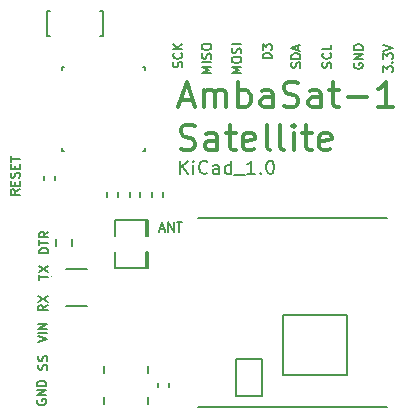
<source format=gto>
%TF.GenerationSoftware,KiCad,Pcbnew,(5.1.6)-1*%
%TF.CreationDate,2021-11-16T12:50:12-05:00*%
%TF.ProjectId,AmbaSat-1_Satellite,416d6261-5361-4742-9d31-5f536174656c,KiCad_1.0*%
%TF.SameCoordinates,PX7ceeb0cPY74d41b0*%
%TF.FileFunction,Legend,Top*%
%TF.FilePolarity,Positive*%
%FSLAX46Y46*%
G04 Gerber Fmt 4.6, Leading zero omitted, Abs format (unit mm)*
G04 Created by KiCad (PCBNEW (5.1.6)-1) date 2021-11-16 12:50:12*
%MOMM*%
%LPD*%
G01*
G04 APERTURE LIST*
%ADD10C,0.146304*%
%ADD11C,0.368000*%
%ADD12C,0.192000*%
%ADD13C,0.127000*%
%ADD14C,0.150000*%
%ADD15C,0.100000*%
%ADD16C,0.203200*%
G04 APERTURE END LIST*
D10*
X14332131Y15497387D02*
X14699826Y15497387D01*
X14258592Y15276770D02*
X14515979Y16048930D01*
X14773365Y15276770D01*
X15030752Y15276770D02*
X15030752Y16048930D01*
X15471986Y15276770D01*
X15471986Y16048930D01*
X15729373Y16048930D02*
X16170607Y16048930D01*
X15949990Y15276770D02*
X15949990Y16048930D01*
X2427030Y18842930D02*
X2059335Y18585543D01*
X2427030Y18401696D02*
X1654870Y18401696D01*
X1654870Y18695852D01*
X1691640Y18769391D01*
X1728409Y18806160D01*
X1801948Y18842930D01*
X1912257Y18842930D01*
X1985796Y18806160D01*
X2022565Y18769391D01*
X2059335Y18695852D01*
X2059335Y18401696D01*
X2022565Y19173856D02*
X2022565Y19431242D01*
X2427030Y19541551D02*
X2427030Y19173856D01*
X1654870Y19173856D01*
X1654870Y19541551D01*
X2390260Y19835707D02*
X2427030Y19946016D01*
X2427030Y20129863D01*
X2390260Y20203402D01*
X2353491Y20240172D01*
X2279952Y20276941D01*
X2206413Y20276941D01*
X2132874Y20240172D01*
X2096104Y20203402D01*
X2059335Y20129863D01*
X2022565Y19982785D01*
X1985796Y19909246D01*
X1949026Y19872477D01*
X1875487Y19835707D01*
X1801948Y19835707D01*
X1728409Y19872477D01*
X1691640Y19909246D01*
X1654870Y19982785D01*
X1654870Y20166633D01*
X1691640Y20276941D01*
X2022565Y20607867D02*
X2022565Y20865254D01*
X2427030Y20975562D02*
X2427030Y20607867D01*
X1654870Y20607867D01*
X1654870Y20975562D01*
X1654870Y21196180D02*
X1654870Y21637414D01*
X2427030Y21416797D02*
X1654870Y21416797D01*
D11*
X16047790Y26421034D02*
X17088266Y26421034D01*
X15839695Y25796748D02*
X16568028Y27981748D01*
X17296361Y25796748D01*
X18024695Y25796748D02*
X18024695Y27253415D01*
X18024695Y27045320D02*
X18128742Y27149367D01*
X18336838Y27253415D01*
X18648980Y27253415D01*
X18857076Y27149367D01*
X18961123Y26941272D01*
X18961123Y25796748D01*
X18961123Y26941272D02*
X19065171Y27149367D01*
X19273266Y27253415D01*
X19585409Y27253415D01*
X19793504Y27149367D01*
X19897552Y26941272D01*
X19897552Y25796748D01*
X20938028Y25796748D02*
X20938028Y27981748D01*
X20938028Y27149367D02*
X21146123Y27253415D01*
X21562314Y27253415D01*
X21770409Y27149367D01*
X21874457Y27045320D01*
X21978504Y26837224D01*
X21978504Y26212939D01*
X21874457Y26004843D01*
X21770409Y25900796D01*
X21562314Y25796748D01*
X21146123Y25796748D01*
X20938028Y25900796D01*
X23851361Y25796748D02*
X23851361Y26941272D01*
X23747314Y27149367D01*
X23539219Y27253415D01*
X23123028Y27253415D01*
X22914933Y27149367D01*
X23851361Y25900796D02*
X23643266Y25796748D01*
X23123028Y25796748D01*
X22914933Y25900796D01*
X22810885Y26108891D01*
X22810885Y26316986D01*
X22914933Y26525081D01*
X23123028Y26629129D01*
X23643266Y26629129D01*
X23851361Y26733177D01*
X24787790Y25900796D02*
X25099933Y25796748D01*
X25620171Y25796748D01*
X25828266Y25900796D01*
X25932314Y26004843D01*
X26036361Y26212939D01*
X26036361Y26421034D01*
X25932314Y26629129D01*
X25828266Y26733177D01*
X25620171Y26837224D01*
X25203980Y26941272D01*
X24995885Y27045320D01*
X24891838Y27149367D01*
X24787790Y27357462D01*
X24787790Y27565558D01*
X24891838Y27773653D01*
X24995885Y27877700D01*
X25203980Y27981748D01*
X25724219Y27981748D01*
X26036361Y27877700D01*
X27909219Y25796748D02*
X27909219Y26941272D01*
X27805171Y27149367D01*
X27597076Y27253415D01*
X27180885Y27253415D01*
X26972790Y27149367D01*
X27909219Y25900796D02*
X27701123Y25796748D01*
X27180885Y25796748D01*
X26972790Y25900796D01*
X26868742Y26108891D01*
X26868742Y26316986D01*
X26972790Y26525081D01*
X27180885Y26629129D01*
X27701123Y26629129D01*
X27909219Y26733177D01*
X28637552Y27253415D02*
X29469933Y27253415D01*
X28949695Y27981748D02*
X28949695Y26108891D01*
X29053742Y25900796D01*
X29261838Y25796748D01*
X29469933Y25796748D01*
X30198266Y26629129D02*
X31863028Y26629129D01*
X34048028Y25796748D02*
X32799457Y25796748D01*
X33423742Y25796748D02*
X33423742Y27981748D01*
X33215647Y27669605D01*
X33007552Y27461510D01*
X32799457Y27357462D01*
X16047790Y22255296D02*
X16359933Y22151248D01*
X16880171Y22151248D01*
X17088266Y22255296D01*
X17192314Y22359343D01*
X17296361Y22567439D01*
X17296361Y22775534D01*
X17192314Y22983629D01*
X17088266Y23087677D01*
X16880171Y23191724D01*
X16463980Y23295772D01*
X16255885Y23399820D01*
X16151838Y23503867D01*
X16047790Y23711962D01*
X16047790Y23920058D01*
X16151838Y24128153D01*
X16255885Y24232200D01*
X16463980Y24336248D01*
X16984219Y24336248D01*
X17296361Y24232200D01*
X19169219Y22151248D02*
X19169219Y23295772D01*
X19065171Y23503867D01*
X18857076Y23607915D01*
X18440885Y23607915D01*
X18232790Y23503867D01*
X19169219Y22255296D02*
X18961123Y22151248D01*
X18440885Y22151248D01*
X18232790Y22255296D01*
X18128742Y22463391D01*
X18128742Y22671486D01*
X18232790Y22879581D01*
X18440885Y22983629D01*
X18961123Y22983629D01*
X19169219Y23087677D01*
X19897552Y23607915D02*
X20729933Y23607915D01*
X20209695Y24336248D02*
X20209695Y22463391D01*
X20313742Y22255296D01*
X20521838Y22151248D01*
X20729933Y22151248D01*
X22290647Y22255296D02*
X22082552Y22151248D01*
X21666361Y22151248D01*
X21458266Y22255296D01*
X21354219Y22463391D01*
X21354219Y23295772D01*
X21458266Y23503867D01*
X21666361Y23607915D01*
X22082552Y23607915D01*
X22290647Y23503867D01*
X22394695Y23295772D01*
X22394695Y23087677D01*
X21354219Y22879581D01*
X23643266Y22151248D02*
X23435171Y22255296D01*
X23331123Y22463391D01*
X23331123Y24336248D01*
X24787790Y22151248D02*
X24579695Y22255296D01*
X24475647Y22463391D01*
X24475647Y24336248D01*
X25620171Y22151248D02*
X25620171Y23607915D01*
X25620171Y24336248D02*
X25516123Y24232200D01*
X25620171Y24128153D01*
X25724219Y24232200D01*
X25620171Y24336248D01*
X25620171Y24128153D01*
X26348504Y23607915D02*
X27180885Y23607915D01*
X26660647Y24336248D02*
X26660647Y22463391D01*
X26764695Y22255296D01*
X26972790Y22151248D01*
X27180885Y22151248D01*
X28741600Y22255296D02*
X28533504Y22151248D01*
X28117314Y22151248D01*
X27909219Y22255296D01*
X27805171Y22463391D01*
X27805171Y23295772D01*
X27909219Y23503867D01*
X28117314Y23607915D01*
X28533504Y23607915D01*
X28741600Y23503867D01*
X28845647Y23295772D01*
X28845647Y23087677D01*
X27805171Y22879581D01*
D10*
X3926840Y1037288D02*
X3890070Y963749D01*
X3890070Y853440D01*
X3926840Y743132D01*
X4000379Y669593D01*
X4073918Y632823D01*
X4220996Y596054D01*
X4331304Y596054D01*
X4478382Y632823D01*
X4551921Y669593D01*
X4625460Y743132D01*
X4662230Y853440D01*
X4662230Y926980D01*
X4625460Y1037288D01*
X4588691Y1074058D01*
X4331304Y1074058D01*
X4331304Y926980D01*
X4662230Y1404983D02*
X3890070Y1404983D01*
X4662230Y1846218D01*
X3890070Y1846218D01*
X4662230Y2213913D02*
X3890070Y2213913D01*
X3890070Y2397760D01*
X3926840Y2508069D01*
X4000379Y2581608D01*
X4073918Y2618378D01*
X4220996Y2655147D01*
X4331304Y2655147D01*
X4478382Y2618378D01*
X4551921Y2581608D01*
X4625460Y2508069D01*
X4662230Y2397760D01*
X4662230Y2213913D01*
X4727060Y3577288D02*
X4763830Y3687597D01*
X4763830Y3871444D01*
X4727060Y3944983D01*
X4690291Y3981753D01*
X4616752Y4018522D01*
X4543213Y4018522D01*
X4469674Y3981753D01*
X4432904Y3944983D01*
X4396135Y3871444D01*
X4359365Y3724366D01*
X4322596Y3650827D01*
X4285826Y3614058D01*
X4212287Y3577288D01*
X4138748Y3577288D01*
X4065209Y3614058D01*
X4028440Y3650827D01*
X3991670Y3724366D01*
X3991670Y3908214D01*
X4028440Y4018522D01*
X4727060Y4312679D02*
X4763830Y4422987D01*
X4763830Y4606835D01*
X4727060Y4680374D01*
X4690291Y4717143D01*
X4616752Y4753913D01*
X4543213Y4753913D01*
X4469674Y4717143D01*
X4432904Y4680374D01*
X4396135Y4606835D01*
X4359365Y4459757D01*
X4322596Y4386218D01*
X4285826Y4349448D01*
X4212287Y4312679D01*
X4138748Y4312679D01*
X4065209Y4349448D01*
X4028440Y4386218D01*
X3991670Y4459757D01*
X3991670Y4643604D01*
X4028440Y4753913D01*
X3991670Y5885301D02*
X4763830Y6142688D01*
X3991670Y6400075D01*
X4763830Y6657461D02*
X3991670Y6657461D01*
X4763830Y7025157D02*
X3991670Y7025157D01*
X4763830Y7466391D01*
X3991670Y7466391D01*
X4789230Y9040707D02*
X4421535Y8783320D01*
X4789230Y8599473D02*
X4017070Y8599473D01*
X4017070Y8893629D01*
X4053840Y8967168D01*
X4090609Y9003938D01*
X4164148Y9040707D01*
X4274457Y9040707D01*
X4347996Y9003938D01*
X4384765Y8967168D01*
X4421535Y8893629D01*
X4421535Y8599473D01*
X4017070Y9298094D02*
X4789230Y9812867D01*
X4017070Y9812867D02*
X4789230Y9298094D01*
X4067870Y11197288D02*
X4067870Y11638522D01*
X4840030Y11417905D02*
X4067870Y11417905D01*
X4067870Y11822370D02*
X4840030Y12337143D01*
X4067870Y12337143D02*
X4840030Y11822370D01*
X4865430Y13443132D02*
X4093270Y13443132D01*
X4093270Y13626980D01*
X4130040Y13737288D01*
X4203579Y13810827D01*
X4277118Y13847597D01*
X4424196Y13884366D01*
X4534504Y13884366D01*
X4681582Y13847597D01*
X4755121Y13810827D01*
X4828660Y13737288D01*
X4865430Y13626980D01*
X4865430Y13443132D01*
X4093270Y14104983D02*
X4093270Y14546218D01*
X4865430Y14325600D02*
X4093270Y14325600D01*
X4865430Y15244839D02*
X4497735Y14987452D01*
X4865430Y14803604D02*
X4093270Y14803604D01*
X4093270Y15097760D01*
X4130040Y15171300D01*
X4166809Y15208069D01*
X4240348Y15244839D01*
X4350657Y15244839D01*
X4424196Y15208069D01*
X4460965Y15171300D01*
X4497735Y15097760D01*
X4497735Y14803604D01*
X33227070Y28782284D02*
X33227070Y29260288D01*
X33521226Y29002901D01*
X33521226Y29113210D01*
X33557996Y29186749D01*
X33594765Y29223518D01*
X33668304Y29260288D01*
X33852152Y29260288D01*
X33925691Y29223518D01*
X33962460Y29186749D01*
X33999230Y29113210D01*
X33999230Y28892592D01*
X33962460Y28819053D01*
X33925691Y28782284D01*
X33925691Y29591213D02*
X33962460Y29627983D01*
X33999230Y29591213D01*
X33962460Y29554444D01*
X33925691Y29591213D01*
X33999230Y29591213D01*
X33227070Y29885370D02*
X33227070Y30363373D01*
X33521226Y30105987D01*
X33521226Y30216295D01*
X33557996Y30289834D01*
X33594765Y30326604D01*
X33668304Y30363373D01*
X33852152Y30363373D01*
X33925691Y30326604D01*
X33962460Y30289834D01*
X33999230Y30216295D01*
X33999230Y29995678D01*
X33962460Y29922139D01*
X33925691Y29885370D01*
X33227070Y30583991D02*
X33999230Y30841377D01*
X33227070Y31098764D01*
X30749240Y29508966D02*
X30712470Y29435427D01*
X30712470Y29325118D01*
X30749240Y29214810D01*
X30822779Y29141271D01*
X30896318Y29104501D01*
X31043396Y29067731D01*
X31153704Y29067731D01*
X31300782Y29104501D01*
X31374321Y29141271D01*
X31447860Y29214810D01*
X31484630Y29325118D01*
X31484630Y29398657D01*
X31447860Y29508966D01*
X31411091Y29545735D01*
X31153704Y29545735D01*
X31153704Y29398657D01*
X31484630Y29876661D02*
X30712470Y29876661D01*
X31484630Y30317895D01*
X30712470Y30317895D01*
X31484630Y30685591D02*
X30712470Y30685591D01*
X30712470Y30869438D01*
X30749240Y30979747D01*
X30822779Y31053286D01*
X30896318Y31090055D01*
X31043396Y31126825D01*
X31153704Y31126825D01*
X31300782Y31090055D01*
X31374321Y31053286D01*
X31447860Y30979747D01*
X31484630Y30869438D01*
X31484630Y30685591D01*
X28780860Y29161349D02*
X28817630Y29271657D01*
X28817630Y29455505D01*
X28780860Y29529044D01*
X28744091Y29565813D01*
X28670552Y29602583D01*
X28597013Y29602583D01*
X28523474Y29565813D01*
X28486704Y29529044D01*
X28449935Y29455505D01*
X28413165Y29308427D01*
X28376396Y29234888D01*
X28339626Y29198118D01*
X28266087Y29161349D01*
X28192548Y29161349D01*
X28119009Y29198118D01*
X28082240Y29234888D01*
X28045470Y29308427D01*
X28045470Y29492274D01*
X28082240Y29602583D01*
X28744091Y30374743D02*
X28780860Y30337973D01*
X28817630Y30227665D01*
X28817630Y30154126D01*
X28780860Y30043817D01*
X28707321Y29970278D01*
X28633782Y29933509D01*
X28486704Y29896739D01*
X28376396Y29896739D01*
X28229318Y29933509D01*
X28155779Y29970278D01*
X28082240Y30043817D01*
X28045470Y30154126D01*
X28045470Y30227665D01*
X28082240Y30337973D01*
X28119009Y30374743D01*
X28817630Y31073364D02*
X28817630Y30705669D01*
X28045470Y30705669D01*
X26164660Y29149979D02*
X26201430Y29260288D01*
X26201430Y29444135D01*
X26164660Y29517674D01*
X26127891Y29554444D01*
X26054352Y29591213D01*
X25980813Y29591213D01*
X25907274Y29554444D01*
X25870504Y29517674D01*
X25833735Y29444135D01*
X25796965Y29297057D01*
X25760196Y29223518D01*
X25723426Y29186749D01*
X25649887Y29149979D01*
X25576348Y29149979D01*
X25502809Y29186749D01*
X25466040Y29223518D01*
X25429270Y29297057D01*
X25429270Y29480905D01*
X25466040Y29591213D01*
X26201430Y29922139D02*
X25429270Y29922139D01*
X25429270Y30105987D01*
X25466040Y30216295D01*
X25539579Y30289834D01*
X25613118Y30326604D01*
X25760196Y30363373D01*
X25870504Y30363373D01*
X26017582Y30326604D01*
X26091121Y30289834D01*
X26164660Y30216295D01*
X26201430Y30105987D01*
X26201430Y29922139D01*
X25980813Y30657530D02*
X25980813Y31025225D01*
X26201430Y30583991D02*
X25429270Y30841377D01*
X26201430Y31098764D01*
X23763030Y29950200D02*
X22990870Y29950200D01*
X22990870Y30134048D01*
X23027640Y30244356D01*
X23101179Y30317895D01*
X23174718Y30354665D01*
X23321796Y30391434D01*
X23432104Y30391434D01*
X23579182Y30354665D01*
X23652721Y30317895D01*
X23726260Y30244356D01*
X23763030Y30134048D01*
X23763030Y29950200D01*
X22990870Y30648821D02*
X22990870Y31126825D01*
X23285026Y30869438D01*
X23285026Y30979747D01*
X23321796Y31053286D01*
X23358565Y31090055D01*
X23432104Y31126825D01*
X23615952Y31126825D01*
X23689491Y31090055D01*
X23726260Y31053286D01*
X23763030Y30979747D01*
X23763030Y30759130D01*
X23726260Y30685591D01*
X23689491Y30648821D01*
X21179390Y28710267D02*
X20407230Y28710267D01*
X20958773Y28967653D01*
X20407230Y29225040D01*
X21179390Y29225040D01*
X20407230Y29739813D02*
X20407230Y29886891D01*
X20444000Y29960431D01*
X20517539Y30033970D01*
X20664617Y30070739D01*
X20922003Y30070739D01*
X21069081Y30033970D01*
X21142620Y29960431D01*
X21179390Y29886891D01*
X21179390Y29739813D01*
X21142620Y29666274D01*
X21069081Y29592735D01*
X20922003Y29555966D01*
X20664617Y29555966D01*
X20517539Y29592735D01*
X20444000Y29666274D01*
X20407230Y29739813D01*
X21142620Y30364895D02*
X21179390Y30475204D01*
X21179390Y30659051D01*
X21142620Y30732591D01*
X21105851Y30769360D01*
X21032312Y30806130D01*
X20958773Y30806130D01*
X20885234Y30769360D01*
X20848464Y30732591D01*
X20811695Y30659051D01*
X20774925Y30511973D01*
X20738156Y30438434D01*
X20701386Y30401665D01*
X20627847Y30364895D01*
X20554308Y30364895D01*
X20480769Y30401665D01*
X20444000Y30438434D01*
X20407230Y30511973D01*
X20407230Y30695821D01*
X20444000Y30806130D01*
X21179390Y31137055D02*
X20407230Y31137055D01*
X18639390Y28710267D02*
X17867230Y28710267D01*
X18418773Y28967653D01*
X17867230Y29225040D01*
X18639390Y29225040D01*
X18639390Y29592735D02*
X17867230Y29592735D01*
X18602620Y29923661D02*
X18639390Y30033970D01*
X18639390Y30217817D01*
X18602620Y30291356D01*
X18565851Y30328126D01*
X18492312Y30364895D01*
X18418773Y30364895D01*
X18345234Y30328126D01*
X18308464Y30291356D01*
X18271695Y30217817D01*
X18234925Y30070739D01*
X18198156Y29997200D01*
X18161386Y29960431D01*
X18087847Y29923661D01*
X18014308Y29923661D01*
X17940769Y29960431D01*
X17904000Y29997200D01*
X17867230Y30070739D01*
X17867230Y30254587D01*
X17904000Y30364895D01*
X17867230Y30842899D02*
X17867230Y30989977D01*
X17904000Y31063516D01*
X17977539Y31137055D01*
X18124617Y31173825D01*
X18382003Y31173825D01*
X18529081Y31137055D01*
X18602620Y31063516D01*
X18639390Y30989977D01*
X18639390Y30842899D01*
X18602620Y30769360D01*
X18529081Y30695821D01*
X18382003Y30659051D01*
X18124617Y30659051D01*
X17977539Y30695821D01*
X17904000Y30769360D01*
X17867230Y30842899D01*
X16162620Y29188271D02*
X16199390Y29298579D01*
X16199390Y29482427D01*
X16162620Y29555966D01*
X16125851Y29592735D01*
X16052312Y29629505D01*
X15978773Y29629505D01*
X15905234Y29592735D01*
X15868464Y29555966D01*
X15831695Y29482427D01*
X15794925Y29335349D01*
X15758156Y29261810D01*
X15721386Y29225040D01*
X15647847Y29188271D01*
X15574308Y29188271D01*
X15500769Y29225040D01*
X15464000Y29261810D01*
X15427230Y29335349D01*
X15427230Y29519196D01*
X15464000Y29629505D01*
X16125851Y30401665D02*
X16162620Y30364895D01*
X16199390Y30254587D01*
X16199390Y30181048D01*
X16162620Y30070739D01*
X16089081Y29997200D01*
X16015542Y29960431D01*
X15868464Y29923661D01*
X15758156Y29923661D01*
X15611078Y29960431D01*
X15537539Y29997200D01*
X15464000Y30070739D01*
X15427230Y30181048D01*
X15427230Y30254587D01*
X15464000Y30364895D01*
X15500769Y30401665D01*
X16199390Y30732591D02*
X15427230Y30732591D01*
X16199390Y31173825D02*
X15758156Y30842899D01*
X15427230Y31173825D02*
X15868464Y30732591D01*
D12*
X15991828Y20145686D02*
X15991828Y21285686D01*
X16643257Y20145686D02*
X16154685Y20797115D01*
X16643257Y21285686D02*
X15991828Y20634258D01*
X17131828Y20145686D02*
X17131828Y20905686D01*
X17131828Y21285686D02*
X17077542Y21231400D01*
X17131828Y21177115D01*
X17186114Y21231400D01*
X17131828Y21285686D01*
X17131828Y21177115D01*
X18326114Y20254258D02*
X18271828Y20199972D01*
X18108971Y20145686D01*
X18000400Y20145686D01*
X17837542Y20199972D01*
X17728971Y20308543D01*
X17674685Y20417115D01*
X17620400Y20634258D01*
X17620400Y20797115D01*
X17674685Y21014258D01*
X17728971Y21122829D01*
X17837542Y21231400D01*
X18000400Y21285686D01*
X18108971Y21285686D01*
X18271828Y21231400D01*
X18326114Y21177115D01*
X19303257Y20145686D02*
X19303257Y20742829D01*
X19248971Y20851400D01*
X19140400Y20905686D01*
X18923257Y20905686D01*
X18814685Y20851400D01*
X19303257Y20199972D02*
X19194685Y20145686D01*
X18923257Y20145686D01*
X18814685Y20199972D01*
X18760400Y20308543D01*
X18760400Y20417115D01*
X18814685Y20525686D01*
X18923257Y20579972D01*
X19194685Y20579972D01*
X19303257Y20634258D01*
X20334685Y20145686D02*
X20334685Y21285686D01*
X20334685Y20199972D02*
X20226114Y20145686D01*
X20008971Y20145686D01*
X19900400Y20199972D01*
X19846114Y20254258D01*
X19791828Y20362829D01*
X19791828Y20688543D01*
X19846114Y20797115D01*
X19900400Y20851400D01*
X20008971Y20905686D01*
X20226114Y20905686D01*
X20334685Y20851400D01*
X20606114Y20037115D02*
X21474685Y20037115D01*
X22343257Y20145686D02*
X21691828Y20145686D01*
X22017542Y20145686D02*
X22017542Y21285686D01*
X21908971Y21122829D01*
X21800400Y21014258D01*
X21691828Y20959972D01*
X22831828Y20254258D02*
X22886114Y20199972D01*
X22831828Y20145686D01*
X22777542Y20199972D01*
X22831828Y20254258D01*
X22831828Y20145686D01*
X23591828Y21285686D02*
X23700400Y21285686D01*
X23808971Y21231400D01*
X23863257Y21177115D01*
X23917542Y21068543D01*
X23971828Y20851400D01*
X23971828Y20579972D01*
X23917542Y20362829D01*
X23863257Y20254258D01*
X23808971Y20199972D01*
X23700400Y20145686D01*
X23591828Y20145686D01*
X23483257Y20199972D01*
X23428971Y20254258D01*
X23374685Y20362829D01*
X23320400Y20579972D01*
X23320400Y20851400D01*
X23374685Y21068543D01*
X23428971Y21177115D01*
X23483257Y21231400D01*
X23591828Y21285686D01*
D13*
%TO.C,U4*%
X33520500Y16400000D02*
X17520500Y16400000D01*
X17520500Y400000D02*
X33520500Y400000D01*
X30156000Y8209500D02*
X24758500Y8209500D01*
X24758500Y8209500D02*
X24758500Y3129500D01*
X24758500Y3129500D02*
X30156000Y3129500D01*
X30156000Y3129500D02*
X30156000Y8209500D01*
X22980500Y1351500D02*
X22980500Y4526500D01*
X22980500Y4526500D02*
X20758000Y4526500D01*
X20758000Y4526500D02*
X20758000Y1351500D01*
X20758000Y1351500D02*
X22980500Y1351500D01*
%TO.C,P1*%
X13111000Y14924000D02*
X13111000Y16224000D01*
X13111000Y16224000D02*
X10511000Y16224000D01*
X10511000Y12224000D02*
X13111000Y12224000D01*
X13111000Y12224000D02*
X13111000Y13524000D01*
X10511000Y14924000D02*
X10511000Y16224000D01*
X10511000Y12224000D02*
X10511000Y13524000D01*
X13211000Y14924000D02*
X13211000Y16224000D01*
X13211000Y12224000D02*
X13211000Y13524000D01*
X13311000Y14924000D02*
X13311000Y16224000D01*
X13311000Y12224000D02*
X13311000Y13524000D01*
X13311000Y16224000D02*
X13111000Y16224000D01*
X13311000Y14924000D02*
X13111000Y14924000D01*
X13311000Y13524000D02*
X13111000Y13524000D01*
X13311000Y12224000D02*
X13111000Y12224000D01*
D14*
%TO.C,U2*%
X13075000Y22104000D02*
X13075000Y22334000D01*
X12845000Y22104000D02*
X13075000Y22104000D01*
X5975000Y22104000D02*
X5975000Y22334000D01*
X6205000Y22104000D02*
X5975000Y22104000D01*
X5975000Y29204000D02*
X5975000Y28974000D01*
X6205000Y29204000D02*
X5975000Y29204000D01*
X13075000Y29204000D02*
X13075000Y28974000D01*
X12845000Y29204000D02*
X13075000Y29204000D01*
D15*
X12375000Y30834000D02*
G75*
G03*
X12375000Y30834000I-50000J0D01*
G01*
D16*
%TO.C,Y1*%
X4762000Y33993000D02*
X5012000Y33993000D01*
X4762000Y31793000D02*
X5012000Y31793000D01*
X4762000Y33993000D02*
X4762000Y31793000D01*
X9212000Y33993000D02*
X9462000Y33993000D01*
X9212000Y31793000D02*
X9462000Y31793000D01*
X9462000Y33993000D02*
X9462000Y31793000D01*
D15*
%TO.C,D1*%
X6273000Y12631000D02*
G75*
G03*
X6273000Y12631000I-50000J0D01*
G01*
D14*
X6903000Y14071000D02*
X6903000Y14631000D01*
X5543000Y14071000D02*
X5543000Y14631000D01*
%TO.C,U3*%
X6359000Y9011000D02*
X8119000Y9011000D01*
X6359000Y12071000D02*
X8119000Y12071000D01*
D15*
X5179000Y11491000D02*
G75*
G03*
X5179000Y11491000I-50000J0D01*
G01*
D14*
%TO.C,U1*%
X13300000Y3866000D02*
X13300000Y3296000D01*
X13300000Y706000D02*
X13300000Y1276000D01*
X9560000Y706000D02*
X9560000Y1276000D01*
X9560000Y3866000D02*
X9560000Y3296000D01*
D15*
X9975000Y4071000D02*
G75*
G03*
X9975000Y4071000I-50000J0D01*
G01*
D14*
%TO.C,R1*%
X4503000Y19612000D02*
X4503000Y20012000D01*
X5403000Y19612000D02*
X5403000Y20012000D01*
%TO.C,R2*%
X10737000Y18615000D02*
X10737000Y18215000D01*
X9837000Y18615000D02*
X9837000Y18215000D01*
%TO.C,R3*%
X12642000Y18615000D02*
X12642000Y18215000D01*
X11742000Y18615000D02*
X11742000Y18215000D01*
%TO.C,R4*%
X14547000Y18615000D02*
X14547000Y18215000D01*
X13647000Y18615000D02*
X13647000Y18215000D01*
%TO.C,R5*%
X14155000Y2086000D02*
X14155000Y2486000D01*
X15055000Y2086000D02*
X15055000Y2486000D01*
%TD*%
M02*

</source>
